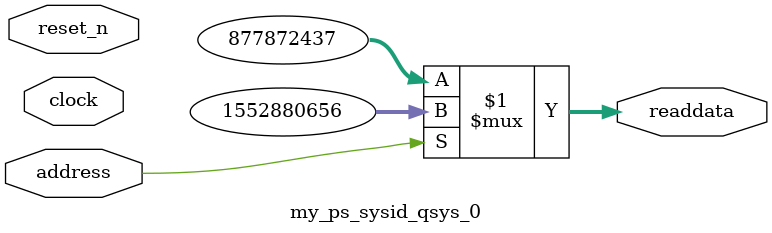
<source format=v>



// synthesis translate_off
`timescale 1ns / 1ps
// synthesis translate_on

// turn off superfluous verilog processor warnings 
// altera message_level Level1 
// altera message_off 10034 10035 10036 10037 10230 10240 10030 

module my_ps_sysid_qsys_0 (
               // inputs:
                address,
                clock,
                reset_n,

               // outputs:
                readdata
             )
;

  output  [ 31: 0] readdata;
  input            address;
  input            clock;
  input            reset_n;

  wire    [ 31: 0] readdata;
  //control_slave, which is an e_avalon_slave
  assign readdata = address ? 1552880656 : 877872437;

endmodule



</source>
